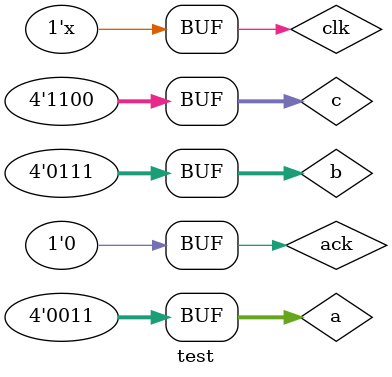
<source format=v>
`timescale 1ns / 1ps
module test();
reg [7:0] SDA_BUS_reg;
reg SCL_BUS_reg, clk, ack;
reg [7:0] sw;
reg [4:0] btn;
integer i;

wire [15:0] SDAER;

wire [3:0] a = 4'b0011;
wire [3:0] b = 4'b0111;
wire [3:0] c = a-b;

initial clk = 0;
always #0.5 clk = ~clk;

initial begin
	ack = 0;
	
end
 
wire [7:0] SDA_BUS;
wire SCL_BUS;
wire [6:0] seg;
wire [3:0] an;

LC3 lc3( SDA_BUS, newSCL, SCL_BUS, sw, btn, rxd, clk, SDAER, seg, an, txd );

always @( posedge clk )
	for( i=0; i<=7; i= i+1)
		SDA_BUS_reg[i] <= ( SDAER[0] ?
						  ( SDA_BUS[i] === 1'bx ? 1'bz
						: ( SDA_BUS[i] === 1'bz ? 1'b1 : SDA_BUS[i] ))
					 : ( ack ? 1'b0
					 : 1'b1 ));

assign SDA_BUS = SDA_BUS_reg;

endmodule

</source>
